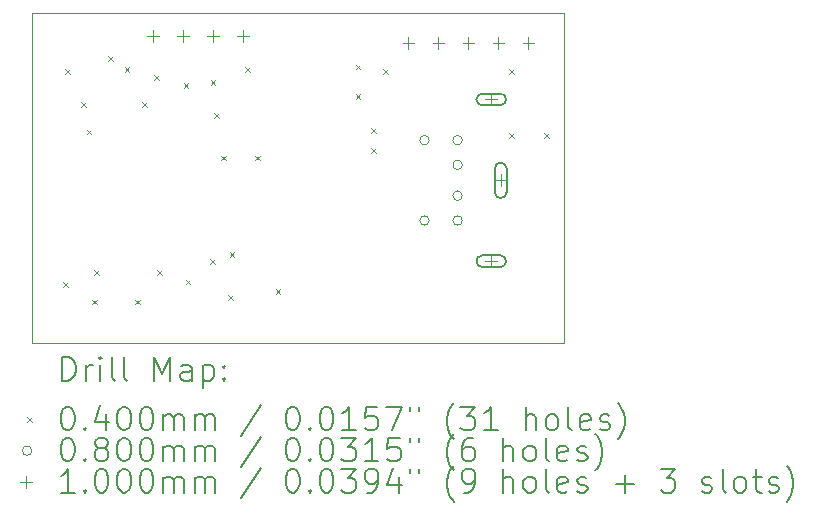
<source format=gbr>
%TF.GenerationSoftware,KiCad,Pcbnew,6.0.7*%
%TF.CreationDate,2022-09-21T21:47:23-05:00*%
%TF.ProjectId,keyboardPCBv2,6b657962-6f61-4726-9450-434276322e6b,rev?*%
%TF.SameCoordinates,Original*%
%TF.FileFunction,Drillmap*%
%TF.FilePolarity,Positive*%
%FSLAX45Y45*%
G04 Gerber Fmt 4.5, Leading zero omitted, Abs format (unit mm)*
G04 Created by KiCad (PCBNEW 6.0.7) date 2022-09-21 21:47:23*
%MOMM*%
%LPD*%
G01*
G04 APERTURE LIST*
%ADD10C,0.100000*%
%ADD11C,0.200000*%
%ADD12C,0.040000*%
%ADD13C,0.080000*%
G04 APERTURE END LIST*
D10*
X3393250Y-5800000D02*
X7893250Y-5800000D01*
X7893250Y-5800000D02*
X7893250Y-3000000D01*
X7893250Y-3000000D02*
X3393250Y-3000000D01*
X3393250Y-3000000D02*
X3393250Y-5800000D01*
D11*
D12*
X3653250Y-5280000D02*
X3693250Y-5320000D01*
X3693250Y-5280000D02*
X3653250Y-5320000D01*
X3673250Y-3480000D02*
X3713250Y-3520000D01*
X3713250Y-3480000D02*
X3673250Y-3520000D01*
X3803250Y-3760000D02*
X3843250Y-3800000D01*
X3843250Y-3760000D02*
X3803250Y-3800000D01*
X3853250Y-3989950D02*
X3893250Y-4029950D01*
X3893250Y-3989950D02*
X3853250Y-4029950D01*
X3900000Y-5430000D02*
X3940000Y-5470000D01*
X3940000Y-5430000D02*
X3900000Y-5470000D01*
X3913250Y-5180000D02*
X3953250Y-5220000D01*
X3953250Y-5180000D02*
X3913250Y-5220000D01*
X4033250Y-3369950D02*
X4073250Y-3409950D01*
X4073250Y-3369950D02*
X4033250Y-3409950D01*
X4173250Y-3460000D02*
X4213250Y-3500000D01*
X4213250Y-3460000D02*
X4173250Y-3500000D01*
X4263250Y-5430000D02*
X4303250Y-5470000D01*
X4303250Y-5430000D02*
X4263250Y-5470000D01*
X4323250Y-3760000D02*
X4363250Y-3800000D01*
X4363250Y-3760000D02*
X4323250Y-3800000D01*
X4423468Y-3530218D02*
X4463468Y-3570218D01*
X4463468Y-3530218D02*
X4423468Y-3570218D01*
X4451366Y-5179818D02*
X4491366Y-5219818D01*
X4491366Y-5179818D02*
X4451366Y-5219818D01*
X4673250Y-3600000D02*
X4713250Y-3640000D01*
X4713250Y-3600000D02*
X4673250Y-3640000D01*
X4690000Y-5260000D02*
X4730000Y-5300000D01*
X4730000Y-5260000D02*
X4690000Y-5300000D01*
X4900000Y-5090000D02*
X4940000Y-5130000D01*
X4940000Y-5090000D02*
X4900000Y-5130000D01*
X4903250Y-3570000D02*
X4943250Y-3610000D01*
X4943250Y-3570000D02*
X4903250Y-3610000D01*
X4930000Y-3850000D02*
X4970000Y-3890000D01*
X4970000Y-3850000D02*
X4930000Y-3890000D01*
X4990000Y-4210000D02*
X5030000Y-4250000D01*
X5030000Y-4210000D02*
X4990000Y-4250000D01*
X5050000Y-5390000D02*
X5090000Y-5430000D01*
X5090000Y-5390000D02*
X5050000Y-5430000D01*
X5064480Y-5027450D02*
X5104480Y-5067450D01*
X5104480Y-5027450D02*
X5064480Y-5067450D01*
X5193250Y-3460000D02*
X5233250Y-3500000D01*
X5233250Y-3460000D02*
X5193250Y-3500000D01*
X5280000Y-4210000D02*
X5320000Y-4250000D01*
X5320000Y-4210000D02*
X5280000Y-4250000D01*
X5453250Y-5340000D02*
X5493250Y-5380000D01*
X5493250Y-5340000D02*
X5453250Y-5380000D01*
X6130000Y-3440000D02*
X6170000Y-3480000D01*
X6170000Y-3440000D02*
X6130000Y-3480000D01*
X6130000Y-3687550D02*
X6170000Y-3727550D01*
X6170000Y-3687550D02*
X6130000Y-3727550D01*
X6260000Y-3980000D02*
X6300000Y-4020000D01*
X6300000Y-3980000D02*
X6260000Y-4020000D01*
X6260000Y-4150000D02*
X6300000Y-4190000D01*
X6300000Y-4150000D02*
X6260000Y-4190000D01*
X6363250Y-3480000D02*
X6403250Y-3520000D01*
X6403250Y-3480000D02*
X6363250Y-3520000D01*
X7430000Y-3480000D02*
X7470000Y-3520000D01*
X7470000Y-3480000D02*
X7430000Y-3520000D01*
X7430000Y-4020000D02*
X7470000Y-4060000D01*
X7470000Y-4020000D02*
X7430000Y-4060000D01*
X7723250Y-4020000D02*
X7763250Y-4060000D01*
X7763250Y-4020000D02*
X7723250Y-4060000D01*
D13*
X6753250Y-4080000D02*
G75*
G03*
X6753250Y-4080000I-40000J0D01*
G01*
X6753250Y-4760000D02*
G75*
G03*
X6753250Y-4760000I-40000J0D01*
G01*
X7033250Y-4080000D02*
G75*
G03*
X7033250Y-4080000I-40000J0D01*
G01*
X7033250Y-4290000D02*
G75*
G03*
X7033250Y-4290000I-40000J0D01*
G01*
X7033250Y-4550000D02*
G75*
G03*
X7033250Y-4550000I-40000J0D01*
G01*
X7033250Y-4760000D02*
G75*
G03*
X7033250Y-4760000I-40000J0D01*
G01*
D10*
X4411250Y-3150000D02*
X4411250Y-3250000D01*
X4361250Y-3200000D02*
X4461250Y-3200000D01*
X4665250Y-3150000D02*
X4665250Y-3250000D01*
X4615250Y-3200000D02*
X4715250Y-3200000D01*
X4919250Y-3150000D02*
X4919250Y-3250000D01*
X4869250Y-3200000D02*
X4969250Y-3200000D01*
X5173250Y-3150000D02*
X5173250Y-3250000D01*
X5123250Y-3200000D02*
X5223250Y-3200000D01*
X6577250Y-3207500D02*
X6577250Y-3307500D01*
X6527250Y-3257500D02*
X6627250Y-3257500D01*
X6831250Y-3207500D02*
X6831250Y-3307500D01*
X6781250Y-3257500D02*
X6881250Y-3257500D01*
X7085250Y-3207500D02*
X7085250Y-3307500D01*
X7035250Y-3257500D02*
X7135250Y-3257500D01*
X7278250Y-3685000D02*
X7278250Y-3785000D01*
X7228250Y-3735000D02*
X7328250Y-3735000D01*
D11*
X7353250Y-3685000D02*
X7203250Y-3685000D01*
X7353250Y-3785000D02*
X7203250Y-3785000D01*
X7203250Y-3685000D02*
G75*
G03*
X7203250Y-3785000I0J-50000D01*
G01*
X7353250Y-3785000D02*
G75*
G03*
X7353250Y-3685000I0J50000D01*
G01*
D10*
X7278250Y-5055000D02*
X7278250Y-5155000D01*
X7228250Y-5105000D02*
X7328250Y-5105000D01*
D11*
X7353250Y-5055000D02*
X7203250Y-5055000D01*
X7353250Y-5155000D02*
X7203250Y-5155000D01*
X7203250Y-5055000D02*
G75*
G03*
X7203250Y-5155000I0J-50000D01*
G01*
X7353250Y-5155000D02*
G75*
G03*
X7353250Y-5055000I0J50000D01*
G01*
D10*
X7339250Y-3207500D02*
X7339250Y-3307500D01*
X7289250Y-3257500D02*
X7389250Y-3257500D01*
X7358250Y-4370000D02*
X7358250Y-4470000D01*
X7308250Y-4420000D02*
X7408250Y-4420000D01*
D11*
X7308250Y-4320000D02*
X7308250Y-4520000D01*
X7408250Y-4320000D02*
X7408250Y-4520000D01*
X7308250Y-4520000D02*
G75*
G03*
X7408250Y-4520000I50000J0D01*
G01*
X7408250Y-4320000D02*
G75*
G03*
X7308250Y-4320000I-50000J0D01*
G01*
D10*
X7593250Y-3207500D02*
X7593250Y-3307500D01*
X7543250Y-3257500D02*
X7643250Y-3257500D01*
D11*
X3645869Y-6115476D02*
X3645869Y-5915476D01*
X3693488Y-5915476D01*
X3722059Y-5925000D01*
X3741107Y-5944048D01*
X3750631Y-5963095D01*
X3760155Y-6001190D01*
X3760155Y-6029762D01*
X3750631Y-6067857D01*
X3741107Y-6086905D01*
X3722059Y-6105952D01*
X3693488Y-6115476D01*
X3645869Y-6115476D01*
X3845869Y-6115476D02*
X3845869Y-5982143D01*
X3845869Y-6020238D02*
X3855393Y-6001190D01*
X3864917Y-5991667D01*
X3883964Y-5982143D01*
X3903012Y-5982143D01*
X3969678Y-6115476D02*
X3969678Y-5982143D01*
X3969678Y-5915476D02*
X3960155Y-5925000D01*
X3969678Y-5934524D01*
X3979202Y-5925000D01*
X3969678Y-5915476D01*
X3969678Y-5934524D01*
X4093488Y-6115476D02*
X4074440Y-6105952D01*
X4064917Y-6086905D01*
X4064917Y-5915476D01*
X4198250Y-6115476D02*
X4179202Y-6105952D01*
X4169678Y-6086905D01*
X4169678Y-5915476D01*
X4426821Y-6115476D02*
X4426821Y-5915476D01*
X4493488Y-6058333D01*
X4560155Y-5915476D01*
X4560155Y-6115476D01*
X4741107Y-6115476D02*
X4741107Y-6010714D01*
X4731583Y-5991667D01*
X4712536Y-5982143D01*
X4674440Y-5982143D01*
X4655393Y-5991667D01*
X4741107Y-6105952D02*
X4722060Y-6115476D01*
X4674440Y-6115476D01*
X4655393Y-6105952D01*
X4645869Y-6086905D01*
X4645869Y-6067857D01*
X4655393Y-6048809D01*
X4674440Y-6039286D01*
X4722060Y-6039286D01*
X4741107Y-6029762D01*
X4836345Y-5982143D02*
X4836345Y-6182143D01*
X4836345Y-5991667D02*
X4855393Y-5982143D01*
X4893488Y-5982143D01*
X4912536Y-5991667D01*
X4922060Y-6001190D01*
X4931583Y-6020238D01*
X4931583Y-6077381D01*
X4922060Y-6096428D01*
X4912536Y-6105952D01*
X4893488Y-6115476D01*
X4855393Y-6115476D01*
X4836345Y-6105952D01*
X5017298Y-6096428D02*
X5026821Y-6105952D01*
X5017298Y-6115476D01*
X5007774Y-6105952D01*
X5017298Y-6096428D01*
X5017298Y-6115476D01*
X5017298Y-5991667D02*
X5026821Y-6001190D01*
X5017298Y-6010714D01*
X5007774Y-6001190D01*
X5017298Y-5991667D01*
X5017298Y-6010714D01*
D12*
X3348250Y-6425000D02*
X3388250Y-6465000D01*
X3388250Y-6425000D02*
X3348250Y-6465000D01*
D11*
X3683964Y-6335476D02*
X3703012Y-6335476D01*
X3722059Y-6345000D01*
X3731583Y-6354524D01*
X3741107Y-6373571D01*
X3750631Y-6411667D01*
X3750631Y-6459286D01*
X3741107Y-6497381D01*
X3731583Y-6516428D01*
X3722059Y-6525952D01*
X3703012Y-6535476D01*
X3683964Y-6535476D01*
X3664917Y-6525952D01*
X3655393Y-6516428D01*
X3645869Y-6497381D01*
X3636345Y-6459286D01*
X3636345Y-6411667D01*
X3645869Y-6373571D01*
X3655393Y-6354524D01*
X3664917Y-6345000D01*
X3683964Y-6335476D01*
X3836345Y-6516428D02*
X3845869Y-6525952D01*
X3836345Y-6535476D01*
X3826821Y-6525952D01*
X3836345Y-6516428D01*
X3836345Y-6535476D01*
X4017298Y-6402143D02*
X4017298Y-6535476D01*
X3969678Y-6325952D02*
X3922059Y-6468809D01*
X4045869Y-6468809D01*
X4160155Y-6335476D02*
X4179202Y-6335476D01*
X4198250Y-6345000D01*
X4207774Y-6354524D01*
X4217298Y-6373571D01*
X4226821Y-6411667D01*
X4226821Y-6459286D01*
X4217298Y-6497381D01*
X4207774Y-6516428D01*
X4198250Y-6525952D01*
X4179202Y-6535476D01*
X4160155Y-6535476D01*
X4141107Y-6525952D01*
X4131583Y-6516428D01*
X4122059Y-6497381D01*
X4112536Y-6459286D01*
X4112536Y-6411667D01*
X4122059Y-6373571D01*
X4131583Y-6354524D01*
X4141107Y-6345000D01*
X4160155Y-6335476D01*
X4350631Y-6335476D02*
X4369679Y-6335476D01*
X4388726Y-6345000D01*
X4398250Y-6354524D01*
X4407774Y-6373571D01*
X4417298Y-6411667D01*
X4417298Y-6459286D01*
X4407774Y-6497381D01*
X4398250Y-6516428D01*
X4388726Y-6525952D01*
X4369679Y-6535476D01*
X4350631Y-6535476D01*
X4331583Y-6525952D01*
X4322060Y-6516428D01*
X4312536Y-6497381D01*
X4303012Y-6459286D01*
X4303012Y-6411667D01*
X4312536Y-6373571D01*
X4322060Y-6354524D01*
X4331583Y-6345000D01*
X4350631Y-6335476D01*
X4503012Y-6535476D02*
X4503012Y-6402143D01*
X4503012Y-6421190D02*
X4512536Y-6411667D01*
X4531583Y-6402143D01*
X4560155Y-6402143D01*
X4579202Y-6411667D01*
X4588726Y-6430714D01*
X4588726Y-6535476D01*
X4588726Y-6430714D02*
X4598250Y-6411667D01*
X4617298Y-6402143D01*
X4645869Y-6402143D01*
X4664917Y-6411667D01*
X4674440Y-6430714D01*
X4674440Y-6535476D01*
X4769679Y-6535476D02*
X4769679Y-6402143D01*
X4769679Y-6421190D02*
X4779202Y-6411667D01*
X4798250Y-6402143D01*
X4826821Y-6402143D01*
X4845869Y-6411667D01*
X4855393Y-6430714D01*
X4855393Y-6535476D01*
X4855393Y-6430714D02*
X4864917Y-6411667D01*
X4883964Y-6402143D01*
X4912536Y-6402143D01*
X4931583Y-6411667D01*
X4941107Y-6430714D01*
X4941107Y-6535476D01*
X5331583Y-6325952D02*
X5160155Y-6583095D01*
X5588726Y-6335476D02*
X5607774Y-6335476D01*
X5626821Y-6345000D01*
X5636345Y-6354524D01*
X5645869Y-6373571D01*
X5655393Y-6411667D01*
X5655393Y-6459286D01*
X5645869Y-6497381D01*
X5636345Y-6516428D01*
X5626821Y-6525952D01*
X5607774Y-6535476D01*
X5588726Y-6535476D01*
X5569679Y-6525952D01*
X5560155Y-6516428D01*
X5550631Y-6497381D01*
X5541107Y-6459286D01*
X5541107Y-6411667D01*
X5550631Y-6373571D01*
X5560155Y-6354524D01*
X5569679Y-6345000D01*
X5588726Y-6335476D01*
X5741107Y-6516428D02*
X5750631Y-6525952D01*
X5741107Y-6535476D01*
X5731583Y-6525952D01*
X5741107Y-6516428D01*
X5741107Y-6535476D01*
X5874440Y-6335476D02*
X5893488Y-6335476D01*
X5912536Y-6345000D01*
X5922059Y-6354524D01*
X5931583Y-6373571D01*
X5941107Y-6411667D01*
X5941107Y-6459286D01*
X5931583Y-6497381D01*
X5922059Y-6516428D01*
X5912536Y-6525952D01*
X5893488Y-6535476D01*
X5874440Y-6535476D01*
X5855393Y-6525952D01*
X5845869Y-6516428D01*
X5836345Y-6497381D01*
X5826821Y-6459286D01*
X5826821Y-6411667D01*
X5836345Y-6373571D01*
X5845869Y-6354524D01*
X5855393Y-6345000D01*
X5874440Y-6335476D01*
X6131583Y-6535476D02*
X6017298Y-6535476D01*
X6074440Y-6535476D02*
X6074440Y-6335476D01*
X6055393Y-6364048D01*
X6036345Y-6383095D01*
X6017298Y-6392619D01*
X6312536Y-6335476D02*
X6217298Y-6335476D01*
X6207774Y-6430714D01*
X6217298Y-6421190D01*
X6236345Y-6411667D01*
X6283964Y-6411667D01*
X6303012Y-6421190D01*
X6312536Y-6430714D01*
X6322059Y-6449762D01*
X6322059Y-6497381D01*
X6312536Y-6516428D01*
X6303012Y-6525952D01*
X6283964Y-6535476D01*
X6236345Y-6535476D01*
X6217298Y-6525952D01*
X6207774Y-6516428D01*
X6388726Y-6335476D02*
X6522059Y-6335476D01*
X6436345Y-6535476D01*
X6588726Y-6335476D02*
X6588726Y-6373571D01*
X6664917Y-6335476D02*
X6664917Y-6373571D01*
X6960155Y-6611667D02*
X6950631Y-6602143D01*
X6931583Y-6573571D01*
X6922059Y-6554524D01*
X6912536Y-6525952D01*
X6903012Y-6478333D01*
X6903012Y-6440238D01*
X6912536Y-6392619D01*
X6922059Y-6364048D01*
X6931583Y-6345000D01*
X6950631Y-6316428D01*
X6960155Y-6306905D01*
X7017298Y-6335476D02*
X7141107Y-6335476D01*
X7074440Y-6411667D01*
X7103012Y-6411667D01*
X7122059Y-6421190D01*
X7131583Y-6430714D01*
X7141107Y-6449762D01*
X7141107Y-6497381D01*
X7131583Y-6516428D01*
X7122059Y-6525952D01*
X7103012Y-6535476D01*
X7045869Y-6535476D01*
X7026821Y-6525952D01*
X7017298Y-6516428D01*
X7331583Y-6535476D02*
X7217298Y-6535476D01*
X7274440Y-6535476D02*
X7274440Y-6335476D01*
X7255393Y-6364048D01*
X7236345Y-6383095D01*
X7217298Y-6392619D01*
X7569678Y-6535476D02*
X7569678Y-6335476D01*
X7655393Y-6535476D02*
X7655393Y-6430714D01*
X7645869Y-6411667D01*
X7626821Y-6402143D01*
X7598250Y-6402143D01*
X7579202Y-6411667D01*
X7569678Y-6421190D01*
X7779202Y-6535476D02*
X7760155Y-6525952D01*
X7750631Y-6516428D01*
X7741107Y-6497381D01*
X7741107Y-6440238D01*
X7750631Y-6421190D01*
X7760155Y-6411667D01*
X7779202Y-6402143D01*
X7807774Y-6402143D01*
X7826821Y-6411667D01*
X7836345Y-6421190D01*
X7845869Y-6440238D01*
X7845869Y-6497381D01*
X7836345Y-6516428D01*
X7826821Y-6525952D01*
X7807774Y-6535476D01*
X7779202Y-6535476D01*
X7960155Y-6535476D02*
X7941107Y-6525952D01*
X7931583Y-6506905D01*
X7931583Y-6335476D01*
X8112536Y-6525952D02*
X8093488Y-6535476D01*
X8055393Y-6535476D01*
X8036345Y-6525952D01*
X8026821Y-6506905D01*
X8026821Y-6430714D01*
X8036345Y-6411667D01*
X8055393Y-6402143D01*
X8093488Y-6402143D01*
X8112536Y-6411667D01*
X8122059Y-6430714D01*
X8122059Y-6449762D01*
X8026821Y-6468809D01*
X8198250Y-6525952D02*
X8217298Y-6535476D01*
X8255393Y-6535476D01*
X8274440Y-6525952D01*
X8283964Y-6506905D01*
X8283964Y-6497381D01*
X8274440Y-6478333D01*
X8255393Y-6468809D01*
X8226821Y-6468809D01*
X8207774Y-6459286D01*
X8198250Y-6440238D01*
X8198250Y-6430714D01*
X8207774Y-6411667D01*
X8226821Y-6402143D01*
X8255393Y-6402143D01*
X8274440Y-6411667D01*
X8350631Y-6611667D02*
X8360155Y-6602143D01*
X8379202Y-6573571D01*
X8388726Y-6554524D01*
X8398250Y-6525952D01*
X8407774Y-6478333D01*
X8407774Y-6440238D01*
X8398250Y-6392619D01*
X8388726Y-6364048D01*
X8379202Y-6345000D01*
X8360155Y-6316428D01*
X8350631Y-6306905D01*
D13*
X3388250Y-6709000D02*
G75*
G03*
X3388250Y-6709000I-40000J0D01*
G01*
D11*
X3683964Y-6599476D02*
X3703012Y-6599476D01*
X3722059Y-6609000D01*
X3731583Y-6618524D01*
X3741107Y-6637571D01*
X3750631Y-6675667D01*
X3750631Y-6723286D01*
X3741107Y-6761381D01*
X3731583Y-6780428D01*
X3722059Y-6789952D01*
X3703012Y-6799476D01*
X3683964Y-6799476D01*
X3664917Y-6789952D01*
X3655393Y-6780428D01*
X3645869Y-6761381D01*
X3636345Y-6723286D01*
X3636345Y-6675667D01*
X3645869Y-6637571D01*
X3655393Y-6618524D01*
X3664917Y-6609000D01*
X3683964Y-6599476D01*
X3836345Y-6780428D02*
X3845869Y-6789952D01*
X3836345Y-6799476D01*
X3826821Y-6789952D01*
X3836345Y-6780428D01*
X3836345Y-6799476D01*
X3960155Y-6685190D02*
X3941107Y-6675667D01*
X3931583Y-6666143D01*
X3922059Y-6647095D01*
X3922059Y-6637571D01*
X3931583Y-6618524D01*
X3941107Y-6609000D01*
X3960155Y-6599476D01*
X3998250Y-6599476D01*
X4017298Y-6609000D01*
X4026821Y-6618524D01*
X4036345Y-6637571D01*
X4036345Y-6647095D01*
X4026821Y-6666143D01*
X4017298Y-6675667D01*
X3998250Y-6685190D01*
X3960155Y-6685190D01*
X3941107Y-6694714D01*
X3931583Y-6704238D01*
X3922059Y-6723286D01*
X3922059Y-6761381D01*
X3931583Y-6780428D01*
X3941107Y-6789952D01*
X3960155Y-6799476D01*
X3998250Y-6799476D01*
X4017298Y-6789952D01*
X4026821Y-6780428D01*
X4036345Y-6761381D01*
X4036345Y-6723286D01*
X4026821Y-6704238D01*
X4017298Y-6694714D01*
X3998250Y-6685190D01*
X4160155Y-6599476D02*
X4179202Y-6599476D01*
X4198250Y-6609000D01*
X4207774Y-6618524D01*
X4217298Y-6637571D01*
X4226821Y-6675667D01*
X4226821Y-6723286D01*
X4217298Y-6761381D01*
X4207774Y-6780428D01*
X4198250Y-6789952D01*
X4179202Y-6799476D01*
X4160155Y-6799476D01*
X4141107Y-6789952D01*
X4131583Y-6780428D01*
X4122059Y-6761381D01*
X4112536Y-6723286D01*
X4112536Y-6675667D01*
X4122059Y-6637571D01*
X4131583Y-6618524D01*
X4141107Y-6609000D01*
X4160155Y-6599476D01*
X4350631Y-6599476D02*
X4369679Y-6599476D01*
X4388726Y-6609000D01*
X4398250Y-6618524D01*
X4407774Y-6637571D01*
X4417298Y-6675667D01*
X4417298Y-6723286D01*
X4407774Y-6761381D01*
X4398250Y-6780428D01*
X4388726Y-6789952D01*
X4369679Y-6799476D01*
X4350631Y-6799476D01*
X4331583Y-6789952D01*
X4322060Y-6780428D01*
X4312536Y-6761381D01*
X4303012Y-6723286D01*
X4303012Y-6675667D01*
X4312536Y-6637571D01*
X4322060Y-6618524D01*
X4331583Y-6609000D01*
X4350631Y-6599476D01*
X4503012Y-6799476D02*
X4503012Y-6666143D01*
X4503012Y-6685190D02*
X4512536Y-6675667D01*
X4531583Y-6666143D01*
X4560155Y-6666143D01*
X4579202Y-6675667D01*
X4588726Y-6694714D01*
X4588726Y-6799476D01*
X4588726Y-6694714D02*
X4598250Y-6675667D01*
X4617298Y-6666143D01*
X4645869Y-6666143D01*
X4664917Y-6675667D01*
X4674440Y-6694714D01*
X4674440Y-6799476D01*
X4769679Y-6799476D02*
X4769679Y-6666143D01*
X4769679Y-6685190D02*
X4779202Y-6675667D01*
X4798250Y-6666143D01*
X4826821Y-6666143D01*
X4845869Y-6675667D01*
X4855393Y-6694714D01*
X4855393Y-6799476D01*
X4855393Y-6694714D02*
X4864917Y-6675667D01*
X4883964Y-6666143D01*
X4912536Y-6666143D01*
X4931583Y-6675667D01*
X4941107Y-6694714D01*
X4941107Y-6799476D01*
X5331583Y-6589952D02*
X5160155Y-6847095D01*
X5588726Y-6599476D02*
X5607774Y-6599476D01*
X5626821Y-6609000D01*
X5636345Y-6618524D01*
X5645869Y-6637571D01*
X5655393Y-6675667D01*
X5655393Y-6723286D01*
X5645869Y-6761381D01*
X5636345Y-6780428D01*
X5626821Y-6789952D01*
X5607774Y-6799476D01*
X5588726Y-6799476D01*
X5569679Y-6789952D01*
X5560155Y-6780428D01*
X5550631Y-6761381D01*
X5541107Y-6723286D01*
X5541107Y-6675667D01*
X5550631Y-6637571D01*
X5560155Y-6618524D01*
X5569679Y-6609000D01*
X5588726Y-6599476D01*
X5741107Y-6780428D02*
X5750631Y-6789952D01*
X5741107Y-6799476D01*
X5731583Y-6789952D01*
X5741107Y-6780428D01*
X5741107Y-6799476D01*
X5874440Y-6599476D02*
X5893488Y-6599476D01*
X5912536Y-6609000D01*
X5922059Y-6618524D01*
X5931583Y-6637571D01*
X5941107Y-6675667D01*
X5941107Y-6723286D01*
X5931583Y-6761381D01*
X5922059Y-6780428D01*
X5912536Y-6789952D01*
X5893488Y-6799476D01*
X5874440Y-6799476D01*
X5855393Y-6789952D01*
X5845869Y-6780428D01*
X5836345Y-6761381D01*
X5826821Y-6723286D01*
X5826821Y-6675667D01*
X5836345Y-6637571D01*
X5845869Y-6618524D01*
X5855393Y-6609000D01*
X5874440Y-6599476D01*
X6007774Y-6599476D02*
X6131583Y-6599476D01*
X6064917Y-6675667D01*
X6093488Y-6675667D01*
X6112536Y-6685190D01*
X6122059Y-6694714D01*
X6131583Y-6713762D01*
X6131583Y-6761381D01*
X6122059Y-6780428D01*
X6112536Y-6789952D01*
X6093488Y-6799476D01*
X6036345Y-6799476D01*
X6017298Y-6789952D01*
X6007774Y-6780428D01*
X6322059Y-6799476D02*
X6207774Y-6799476D01*
X6264917Y-6799476D02*
X6264917Y-6599476D01*
X6245869Y-6628048D01*
X6226821Y-6647095D01*
X6207774Y-6656619D01*
X6503012Y-6599476D02*
X6407774Y-6599476D01*
X6398250Y-6694714D01*
X6407774Y-6685190D01*
X6426821Y-6675667D01*
X6474440Y-6675667D01*
X6493488Y-6685190D01*
X6503012Y-6694714D01*
X6512536Y-6713762D01*
X6512536Y-6761381D01*
X6503012Y-6780428D01*
X6493488Y-6789952D01*
X6474440Y-6799476D01*
X6426821Y-6799476D01*
X6407774Y-6789952D01*
X6398250Y-6780428D01*
X6588726Y-6599476D02*
X6588726Y-6637571D01*
X6664917Y-6599476D02*
X6664917Y-6637571D01*
X6960155Y-6875667D02*
X6950631Y-6866143D01*
X6931583Y-6837571D01*
X6922059Y-6818524D01*
X6912536Y-6789952D01*
X6903012Y-6742333D01*
X6903012Y-6704238D01*
X6912536Y-6656619D01*
X6922059Y-6628048D01*
X6931583Y-6609000D01*
X6950631Y-6580428D01*
X6960155Y-6570905D01*
X7122059Y-6599476D02*
X7083964Y-6599476D01*
X7064917Y-6609000D01*
X7055393Y-6618524D01*
X7036345Y-6647095D01*
X7026821Y-6685190D01*
X7026821Y-6761381D01*
X7036345Y-6780428D01*
X7045869Y-6789952D01*
X7064917Y-6799476D01*
X7103012Y-6799476D01*
X7122059Y-6789952D01*
X7131583Y-6780428D01*
X7141107Y-6761381D01*
X7141107Y-6713762D01*
X7131583Y-6694714D01*
X7122059Y-6685190D01*
X7103012Y-6675667D01*
X7064917Y-6675667D01*
X7045869Y-6685190D01*
X7036345Y-6694714D01*
X7026821Y-6713762D01*
X7379202Y-6799476D02*
X7379202Y-6599476D01*
X7464917Y-6799476D02*
X7464917Y-6694714D01*
X7455393Y-6675667D01*
X7436345Y-6666143D01*
X7407774Y-6666143D01*
X7388726Y-6675667D01*
X7379202Y-6685190D01*
X7588726Y-6799476D02*
X7569678Y-6789952D01*
X7560155Y-6780428D01*
X7550631Y-6761381D01*
X7550631Y-6704238D01*
X7560155Y-6685190D01*
X7569678Y-6675667D01*
X7588726Y-6666143D01*
X7617298Y-6666143D01*
X7636345Y-6675667D01*
X7645869Y-6685190D01*
X7655393Y-6704238D01*
X7655393Y-6761381D01*
X7645869Y-6780428D01*
X7636345Y-6789952D01*
X7617298Y-6799476D01*
X7588726Y-6799476D01*
X7769678Y-6799476D02*
X7750631Y-6789952D01*
X7741107Y-6770905D01*
X7741107Y-6599476D01*
X7922059Y-6789952D02*
X7903012Y-6799476D01*
X7864917Y-6799476D01*
X7845869Y-6789952D01*
X7836345Y-6770905D01*
X7836345Y-6694714D01*
X7845869Y-6675667D01*
X7864917Y-6666143D01*
X7903012Y-6666143D01*
X7922059Y-6675667D01*
X7931583Y-6694714D01*
X7931583Y-6713762D01*
X7836345Y-6732809D01*
X8007774Y-6789952D02*
X8026821Y-6799476D01*
X8064917Y-6799476D01*
X8083964Y-6789952D01*
X8093488Y-6770905D01*
X8093488Y-6761381D01*
X8083964Y-6742333D01*
X8064917Y-6732809D01*
X8036345Y-6732809D01*
X8017298Y-6723286D01*
X8007774Y-6704238D01*
X8007774Y-6694714D01*
X8017298Y-6675667D01*
X8036345Y-6666143D01*
X8064917Y-6666143D01*
X8083964Y-6675667D01*
X8160155Y-6875667D02*
X8169678Y-6866143D01*
X8188726Y-6837571D01*
X8198250Y-6818524D01*
X8207774Y-6789952D01*
X8217298Y-6742333D01*
X8217298Y-6704238D01*
X8207774Y-6656619D01*
X8198250Y-6628048D01*
X8188726Y-6609000D01*
X8169678Y-6580428D01*
X8160155Y-6570905D01*
D10*
X3338250Y-6923000D02*
X3338250Y-7023000D01*
X3288250Y-6973000D02*
X3388250Y-6973000D01*
D11*
X3750631Y-7063476D02*
X3636345Y-7063476D01*
X3693488Y-7063476D02*
X3693488Y-6863476D01*
X3674440Y-6892048D01*
X3655393Y-6911095D01*
X3636345Y-6920619D01*
X3836345Y-7044428D02*
X3845869Y-7053952D01*
X3836345Y-7063476D01*
X3826821Y-7053952D01*
X3836345Y-7044428D01*
X3836345Y-7063476D01*
X3969678Y-6863476D02*
X3988726Y-6863476D01*
X4007774Y-6873000D01*
X4017298Y-6882524D01*
X4026821Y-6901571D01*
X4036345Y-6939667D01*
X4036345Y-6987286D01*
X4026821Y-7025381D01*
X4017298Y-7044428D01*
X4007774Y-7053952D01*
X3988726Y-7063476D01*
X3969678Y-7063476D01*
X3950631Y-7053952D01*
X3941107Y-7044428D01*
X3931583Y-7025381D01*
X3922059Y-6987286D01*
X3922059Y-6939667D01*
X3931583Y-6901571D01*
X3941107Y-6882524D01*
X3950631Y-6873000D01*
X3969678Y-6863476D01*
X4160155Y-6863476D02*
X4179202Y-6863476D01*
X4198250Y-6873000D01*
X4207774Y-6882524D01*
X4217298Y-6901571D01*
X4226821Y-6939667D01*
X4226821Y-6987286D01*
X4217298Y-7025381D01*
X4207774Y-7044428D01*
X4198250Y-7053952D01*
X4179202Y-7063476D01*
X4160155Y-7063476D01*
X4141107Y-7053952D01*
X4131583Y-7044428D01*
X4122059Y-7025381D01*
X4112536Y-6987286D01*
X4112536Y-6939667D01*
X4122059Y-6901571D01*
X4131583Y-6882524D01*
X4141107Y-6873000D01*
X4160155Y-6863476D01*
X4350631Y-6863476D02*
X4369679Y-6863476D01*
X4388726Y-6873000D01*
X4398250Y-6882524D01*
X4407774Y-6901571D01*
X4417298Y-6939667D01*
X4417298Y-6987286D01*
X4407774Y-7025381D01*
X4398250Y-7044428D01*
X4388726Y-7053952D01*
X4369679Y-7063476D01*
X4350631Y-7063476D01*
X4331583Y-7053952D01*
X4322060Y-7044428D01*
X4312536Y-7025381D01*
X4303012Y-6987286D01*
X4303012Y-6939667D01*
X4312536Y-6901571D01*
X4322060Y-6882524D01*
X4331583Y-6873000D01*
X4350631Y-6863476D01*
X4503012Y-7063476D02*
X4503012Y-6930143D01*
X4503012Y-6949190D02*
X4512536Y-6939667D01*
X4531583Y-6930143D01*
X4560155Y-6930143D01*
X4579202Y-6939667D01*
X4588726Y-6958714D01*
X4588726Y-7063476D01*
X4588726Y-6958714D02*
X4598250Y-6939667D01*
X4617298Y-6930143D01*
X4645869Y-6930143D01*
X4664917Y-6939667D01*
X4674440Y-6958714D01*
X4674440Y-7063476D01*
X4769679Y-7063476D02*
X4769679Y-6930143D01*
X4769679Y-6949190D02*
X4779202Y-6939667D01*
X4798250Y-6930143D01*
X4826821Y-6930143D01*
X4845869Y-6939667D01*
X4855393Y-6958714D01*
X4855393Y-7063476D01*
X4855393Y-6958714D02*
X4864917Y-6939667D01*
X4883964Y-6930143D01*
X4912536Y-6930143D01*
X4931583Y-6939667D01*
X4941107Y-6958714D01*
X4941107Y-7063476D01*
X5331583Y-6853952D02*
X5160155Y-7111095D01*
X5588726Y-6863476D02*
X5607774Y-6863476D01*
X5626821Y-6873000D01*
X5636345Y-6882524D01*
X5645869Y-6901571D01*
X5655393Y-6939667D01*
X5655393Y-6987286D01*
X5645869Y-7025381D01*
X5636345Y-7044428D01*
X5626821Y-7053952D01*
X5607774Y-7063476D01*
X5588726Y-7063476D01*
X5569679Y-7053952D01*
X5560155Y-7044428D01*
X5550631Y-7025381D01*
X5541107Y-6987286D01*
X5541107Y-6939667D01*
X5550631Y-6901571D01*
X5560155Y-6882524D01*
X5569679Y-6873000D01*
X5588726Y-6863476D01*
X5741107Y-7044428D02*
X5750631Y-7053952D01*
X5741107Y-7063476D01*
X5731583Y-7053952D01*
X5741107Y-7044428D01*
X5741107Y-7063476D01*
X5874440Y-6863476D02*
X5893488Y-6863476D01*
X5912536Y-6873000D01*
X5922059Y-6882524D01*
X5931583Y-6901571D01*
X5941107Y-6939667D01*
X5941107Y-6987286D01*
X5931583Y-7025381D01*
X5922059Y-7044428D01*
X5912536Y-7053952D01*
X5893488Y-7063476D01*
X5874440Y-7063476D01*
X5855393Y-7053952D01*
X5845869Y-7044428D01*
X5836345Y-7025381D01*
X5826821Y-6987286D01*
X5826821Y-6939667D01*
X5836345Y-6901571D01*
X5845869Y-6882524D01*
X5855393Y-6873000D01*
X5874440Y-6863476D01*
X6007774Y-6863476D02*
X6131583Y-6863476D01*
X6064917Y-6939667D01*
X6093488Y-6939667D01*
X6112536Y-6949190D01*
X6122059Y-6958714D01*
X6131583Y-6977762D01*
X6131583Y-7025381D01*
X6122059Y-7044428D01*
X6112536Y-7053952D01*
X6093488Y-7063476D01*
X6036345Y-7063476D01*
X6017298Y-7053952D01*
X6007774Y-7044428D01*
X6226821Y-7063476D02*
X6264917Y-7063476D01*
X6283964Y-7053952D01*
X6293488Y-7044428D01*
X6312536Y-7015857D01*
X6322059Y-6977762D01*
X6322059Y-6901571D01*
X6312536Y-6882524D01*
X6303012Y-6873000D01*
X6283964Y-6863476D01*
X6245869Y-6863476D01*
X6226821Y-6873000D01*
X6217298Y-6882524D01*
X6207774Y-6901571D01*
X6207774Y-6949190D01*
X6217298Y-6968238D01*
X6226821Y-6977762D01*
X6245869Y-6987286D01*
X6283964Y-6987286D01*
X6303012Y-6977762D01*
X6312536Y-6968238D01*
X6322059Y-6949190D01*
X6493488Y-6930143D02*
X6493488Y-7063476D01*
X6445869Y-6853952D02*
X6398250Y-6996809D01*
X6522059Y-6996809D01*
X6588726Y-6863476D02*
X6588726Y-6901571D01*
X6664917Y-6863476D02*
X6664917Y-6901571D01*
X6960155Y-7139667D02*
X6950631Y-7130143D01*
X6931583Y-7101571D01*
X6922059Y-7082524D01*
X6912536Y-7053952D01*
X6903012Y-7006333D01*
X6903012Y-6968238D01*
X6912536Y-6920619D01*
X6922059Y-6892048D01*
X6931583Y-6873000D01*
X6950631Y-6844428D01*
X6960155Y-6834905D01*
X7045869Y-7063476D02*
X7083964Y-7063476D01*
X7103012Y-7053952D01*
X7112536Y-7044428D01*
X7131583Y-7015857D01*
X7141107Y-6977762D01*
X7141107Y-6901571D01*
X7131583Y-6882524D01*
X7122059Y-6873000D01*
X7103012Y-6863476D01*
X7064917Y-6863476D01*
X7045869Y-6873000D01*
X7036345Y-6882524D01*
X7026821Y-6901571D01*
X7026821Y-6949190D01*
X7036345Y-6968238D01*
X7045869Y-6977762D01*
X7064917Y-6987286D01*
X7103012Y-6987286D01*
X7122059Y-6977762D01*
X7131583Y-6968238D01*
X7141107Y-6949190D01*
X7379202Y-7063476D02*
X7379202Y-6863476D01*
X7464917Y-7063476D02*
X7464917Y-6958714D01*
X7455393Y-6939667D01*
X7436345Y-6930143D01*
X7407774Y-6930143D01*
X7388726Y-6939667D01*
X7379202Y-6949190D01*
X7588726Y-7063476D02*
X7569678Y-7053952D01*
X7560155Y-7044428D01*
X7550631Y-7025381D01*
X7550631Y-6968238D01*
X7560155Y-6949190D01*
X7569678Y-6939667D01*
X7588726Y-6930143D01*
X7617298Y-6930143D01*
X7636345Y-6939667D01*
X7645869Y-6949190D01*
X7655393Y-6968238D01*
X7655393Y-7025381D01*
X7645869Y-7044428D01*
X7636345Y-7053952D01*
X7617298Y-7063476D01*
X7588726Y-7063476D01*
X7769678Y-7063476D02*
X7750631Y-7053952D01*
X7741107Y-7034905D01*
X7741107Y-6863476D01*
X7922059Y-7053952D02*
X7903012Y-7063476D01*
X7864917Y-7063476D01*
X7845869Y-7053952D01*
X7836345Y-7034905D01*
X7836345Y-6958714D01*
X7845869Y-6939667D01*
X7864917Y-6930143D01*
X7903012Y-6930143D01*
X7922059Y-6939667D01*
X7931583Y-6958714D01*
X7931583Y-6977762D01*
X7836345Y-6996809D01*
X8007774Y-7053952D02*
X8026821Y-7063476D01*
X8064917Y-7063476D01*
X8083964Y-7053952D01*
X8093488Y-7034905D01*
X8093488Y-7025381D01*
X8083964Y-7006333D01*
X8064917Y-6996809D01*
X8036345Y-6996809D01*
X8017298Y-6987286D01*
X8007774Y-6968238D01*
X8007774Y-6958714D01*
X8017298Y-6939667D01*
X8036345Y-6930143D01*
X8064917Y-6930143D01*
X8083964Y-6939667D01*
X8331583Y-6987286D02*
X8483964Y-6987286D01*
X8407774Y-7063476D02*
X8407774Y-6911095D01*
X8712536Y-6863476D02*
X8836345Y-6863476D01*
X8769679Y-6939667D01*
X8798250Y-6939667D01*
X8817298Y-6949190D01*
X8826821Y-6958714D01*
X8836345Y-6977762D01*
X8836345Y-7025381D01*
X8826821Y-7044428D01*
X8817298Y-7053952D01*
X8798250Y-7063476D01*
X8741107Y-7063476D01*
X8722060Y-7053952D01*
X8712536Y-7044428D01*
X9064917Y-7053952D02*
X9083964Y-7063476D01*
X9122060Y-7063476D01*
X9141107Y-7053952D01*
X9150631Y-7034905D01*
X9150631Y-7025381D01*
X9141107Y-7006333D01*
X9122060Y-6996809D01*
X9093488Y-6996809D01*
X9074440Y-6987286D01*
X9064917Y-6968238D01*
X9064917Y-6958714D01*
X9074440Y-6939667D01*
X9093488Y-6930143D01*
X9122060Y-6930143D01*
X9141107Y-6939667D01*
X9264917Y-7063476D02*
X9245869Y-7053952D01*
X9236345Y-7034905D01*
X9236345Y-6863476D01*
X9369679Y-7063476D02*
X9350631Y-7053952D01*
X9341107Y-7044428D01*
X9331583Y-7025381D01*
X9331583Y-6968238D01*
X9341107Y-6949190D01*
X9350631Y-6939667D01*
X9369679Y-6930143D01*
X9398250Y-6930143D01*
X9417298Y-6939667D01*
X9426821Y-6949190D01*
X9436345Y-6968238D01*
X9436345Y-7025381D01*
X9426821Y-7044428D01*
X9417298Y-7053952D01*
X9398250Y-7063476D01*
X9369679Y-7063476D01*
X9493488Y-6930143D02*
X9569679Y-6930143D01*
X9522060Y-6863476D02*
X9522060Y-7034905D01*
X9531583Y-7053952D01*
X9550631Y-7063476D01*
X9569679Y-7063476D01*
X9626821Y-7053952D02*
X9645869Y-7063476D01*
X9683964Y-7063476D01*
X9703012Y-7053952D01*
X9712536Y-7034905D01*
X9712536Y-7025381D01*
X9703012Y-7006333D01*
X9683964Y-6996809D01*
X9655393Y-6996809D01*
X9636345Y-6987286D01*
X9626821Y-6968238D01*
X9626821Y-6958714D01*
X9636345Y-6939667D01*
X9655393Y-6930143D01*
X9683964Y-6930143D01*
X9703012Y-6939667D01*
X9779202Y-7139667D02*
X9788726Y-7130143D01*
X9807774Y-7101571D01*
X9817298Y-7082524D01*
X9826821Y-7053952D01*
X9836345Y-7006333D01*
X9836345Y-6968238D01*
X9826821Y-6920619D01*
X9817298Y-6892048D01*
X9807774Y-6873000D01*
X9788726Y-6844428D01*
X9779202Y-6834905D01*
M02*

</source>
